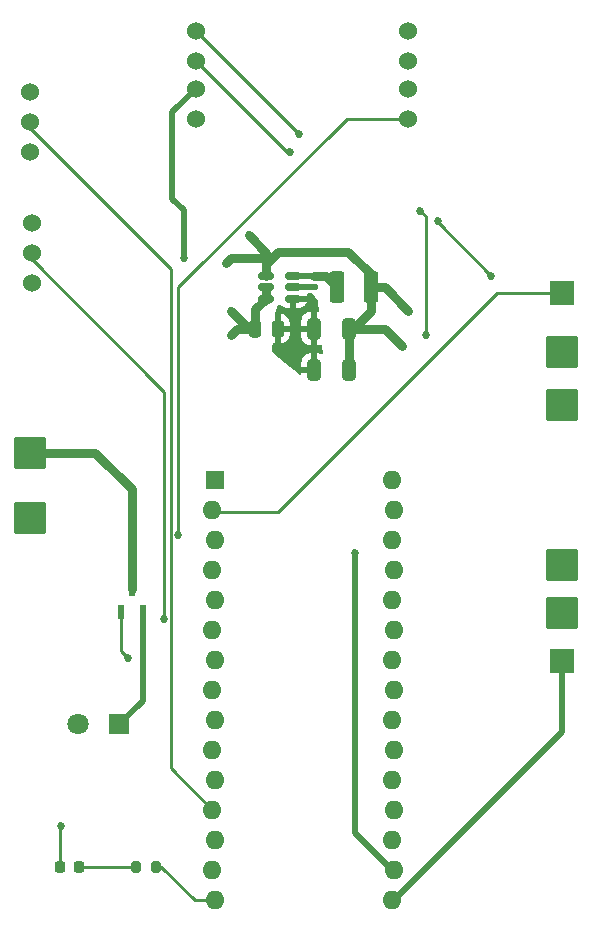
<source format=gtl>
%TF.GenerationSoftware,KiCad,Pcbnew,9.0.0*%
%TF.CreationDate,2025-04-21T16:07:22-04:00*%
%TF.ProjectId,brainfreeze,62726169-6e66-4726-9565-7a652e6b6963,rev?*%
%TF.SameCoordinates,Original*%
%TF.FileFunction,Copper,L1,Top*%
%TF.FilePolarity,Positive*%
%FSLAX46Y46*%
G04 Gerber Fmt 4.6, Leading zero omitted, Abs format (unit mm)*
G04 Created by KiCad (PCBNEW 9.0.0) date 2025-04-21 16:07:22*
%MOMM*%
%LPD*%
G01*
G04 APERTURE LIST*
G04 Aperture macros list*
%AMRoundRect*
0 Rectangle with rounded corners*
0 $1 Rounding radius*
0 $2 $3 $4 $5 $6 $7 $8 $9 X,Y pos of 4 corners*
0 Add a 4 corners polygon primitive as box body*
4,1,4,$2,$3,$4,$5,$6,$7,$8,$9,$2,$3,0*
0 Add four circle primitives for the rounded corners*
1,1,$1+$1,$2,$3*
1,1,$1+$1,$4,$5*
1,1,$1+$1,$6,$7*
1,1,$1+$1,$8,$9*
0 Add four rect primitives between the rounded corners*
20,1,$1+$1,$2,$3,$4,$5,0*
20,1,$1+$1,$4,$5,$6,$7,0*
20,1,$1+$1,$6,$7,$8,$9,0*
20,1,$1+$1,$8,$9,$2,$3,0*%
G04 Aperture macros list end*
%TA.AperFunction,SMDPad,CuDef*%
%ADD10RoundRect,0.150000X-0.512500X-0.150000X0.512500X-0.150000X0.512500X0.150000X-0.512500X0.150000X0*%
%TD*%
%TA.AperFunction,SMDPad,CuDef*%
%ADD11RoundRect,0.250000X-0.250000X-0.475000X0.250000X-0.475000X0.250000X0.475000X-0.250000X0.475000X0*%
%TD*%
%TA.AperFunction,ComponentPad*%
%ADD12RoundRect,0.250000X-1.125000X-1.125000X1.125000X-1.125000X1.125000X1.125000X-1.125000X1.125000X0*%
%TD*%
%TA.AperFunction,SMDPad,CuDef*%
%ADD13RoundRect,0.140000X-0.170000X0.140000X-0.170000X-0.140000X0.170000X-0.140000X0.170000X0.140000X0*%
%TD*%
%TA.AperFunction,ComponentPad*%
%ADD14R,1.600000X1.600000*%
%TD*%
%TA.AperFunction,ComponentPad*%
%ADD15O,1.600000X1.600000*%
%TD*%
%TA.AperFunction,ComponentPad*%
%ADD16RoundRect,0.250001X-0.799999X-0.799999X0.799999X-0.799999X0.799999X0.799999X-0.799999X0.799999X0*%
%TD*%
%TA.AperFunction,SMDPad,CuDef*%
%ADD17RoundRect,0.250000X0.325000X0.650000X-0.325000X0.650000X-0.325000X-0.650000X0.325000X-0.650000X0*%
%TD*%
%TA.AperFunction,ComponentPad*%
%ADD18R,1.800000X1.800000*%
%TD*%
%TA.AperFunction,ComponentPad*%
%ADD19C,1.800000*%
%TD*%
%TA.AperFunction,SMDPad,CuDef*%
%ADD20R,0.558800X1.270000*%
%TD*%
%TA.AperFunction,ComponentPad*%
%ADD21C,1.524000*%
%TD*%
%TA.AperFunction,SMDPad,CuDef*%
%ADD22RoundRect,0.218750X-0.218750X-0.256250X0.218750X-0.256250X0.218750X0.256250X-0.218750X0.256250X0*%
%TD*%
%TA.AperFunction,SMDPad,CuDef*%
%ADD23RoundRect,0.200000X-0.200000X-0.275000X0.200000X-0.275000X0.200000X0.275000X-0.200000X0.275000X0*%
%TD*%
%TA.AperFunction,SMDPad,CuDef*%
%ADD24RoundRect,0.250000X-0.375000X-1.075000X0.375000X-1.075000X0.375000X1.075000X-0.375000X1.075000X0*%
%TD*%
%TA.AperFunction,ViaPad*%
%ADD25C,0.685800*%
%TD*%
%TA.AperFunction,Conductor*%
%ADD26C,0.762000*%
%TD*%
%TA.AperFunction,Conductor*%
%ADD27C,0.800000*%
%TD*%
%TA.AperFunction,Conductor*%
%ADD28C,0.254000*%
%TD*%
%TA.AperFunction,Conductor*%
%ADD29C,0.508000*%
%TD*%
G04 APERTURE END LIST*
D10*
X197362500Y-95450000D03*
X197362500Y-96400000D03*
X197362500Y-97350000D03*
X199637500Y-97350000D03*
X199637500Y-96400000D03*
X199637500Y-95450000D03*
D11*
X196450000Y-99900000D03*
X198350000Y-99900000D03*
D12*
X222400000Y-106400000D03*
D13*
X201400000Y-95440000D03*
X201400000Y-96400000D03*
D14*
X193025000Y-112740000D03*
D15*
X192775000Y-115280000D03*
X193025000Y-117820000D03*
X192750000Y-120360000D03*
X193025000Y-122900000D03*
X192750000Y-125440000D03*
X193025000Y-127980000D03*
X192750000Y-130520000D03*
X193025000Y-133060000D03*
X192750000Y-135600000D03*
X193025000Y-138140000D03*
X192750000Y-140680000D03*
X193000000Y-143220000D03*
X192775000Y-145760000D03*
X193000000Y-148300000D03*
X208000000Y-148300000D03*
X208225000Y-145760000D03*
X208000000Y-143220000D03*
X208225000Y-140680000D03*
X208000000Y-138140000D03*
X208225000Y-135600000D03*
X208000000Y-133060000D03*
X208225000Y-130520000D03*
X208000000Y-127980000D03*
X208225000Y-125440000D03*
X208000000Y-122900000D03*
X208225000Y-120360000D03*
X208000000Y-117820000D03*
X208225000Y-115280000D03*
X208000000Y-112740000D03*
D12*
X177400000Y-110400000D03*
D16*
X222400000Y-96900000D03*
D12*
X177400000Y-115900000D03*
D17*
X204375000Y-99900000D03*
X201425000Y-99900000D03*
D18*
X184900000Y-133400000D03*
D19*
X181400000Y-133400000D03*
D20*
X185070002Y-123900000D03*
X186900000Y-123900000D03*
X185985001Y-121969600D03*
D16*
X222400000Y-128000000D03*
D17*
X204375000Y-103400000D03*
X201425000Y-103400000D03*
D21*
X177369900Y-79893400D03*
X177369900Y-82433400D03*
X177369900Y-84973400D03*
X191400000Y-74670000D03*
X191400000Y-74670000D03*
X191400000Y-77210000D03*
X191400000Y-77210000D03*
X191400000Y-79590000D03*
X191400000Y-79590000D03*
X191400000Y-82130000D03*
X191400000Y-82130000D03*
X209400000Y-74670000D03*
X209400000Y-74670000D03*
X209400000Y-77210000D03*
X209400000Y-77210000D03*
X209400000Y-79590000D03*
X209400000Y-79590000D03*
X209400000Y-82130000D03*
X209400000Y-82130000D03*
D12*
X222400000Y-119900000D03*
D22*
X179925000Y-145500000D03*
X181500000Y-145500000D03*
D23*
X186350000Y-145500000D03*
X188000000Y-145500000D03*
D24*
X203400000Y-96400000D03*
X206200000Y-96400000D03*
D21*
X177500000Y-90993400D03*
X177500000Y-93533400D03*
X177500000Y-96073400D03*
D12*
X222400000Y-101900000D03*
X222400000Y-124000000D03*
D25*
X208900000Y-101400000D03*
X195900000Y-92000000D03*
X194000000Y-94300000D03*
X209400000Y-98400000D03*
X210400000Y-89900000D03*
X210900000Y-100400000D03*
X200130000Y-83400000D03*
X189900000Y-117400000D03*
X188700000Y-124500000D03*
X199900000Y-98900000D03*
X199400000Y-101900000D03*
X180000000Y-142000000D03*
X216400000Y-95400000D03*
X211900000Y-90803100D03*
X199400000Y-84900000D03*
X190400000Y-93900000D03*
X204900000Y-118900000D03*
X185700000Y-127800000D03*
X194400000Y-100400000D03*
X194400000Y-98400000D03*
D26*
X197362500Y-93900000D02*
X197362500Y-93462500D01*
X197362500Y-94900000D02*
X197362500Y-94437500D01*
X197362500Y-95450000D02*
X197362500Y-94900000D01*
X194400000Y-93900000D02*
X194000000Y-94300000D01*
X204375000Y-103400000D02*
X204375000Y-99900000D01*
X197362500Y-94437500D02*
X198400000Y-93400000D01*
X197362500Y-94900000D02*
X197362500Y-93900000D01*
X204725000Y-99900000D02*
X206200000Y-98425000D01*
X206200000Y-95300000D02*
X206200000Y-96400000D01*
X197362500Y-93462500D02*
X195900000Y-92000000D01*
X204375000Y-99900000D02*
X207400000Y-99900000D01*
X198400000Y-93400000D02*
X204300000Y-93400000D01*
X207400000Y-99900000D02*
X208900000Y-101400000D01*
X197362500Y-93900000D02*
X194400000Y-93900000D01*
X204300000Y-93400000D02*
X206200000Y-95300000D01*
X206200000Y-98425000D02*
X206200000Y-96400000D01*
X206200000Y-96400000D02*
X207400000Y-96400000D01*
D27*
X207400000Y-96400000D02*
X209400000Y-98400000D01*
D28*
X210900000Y-90400000D02*
X210900000Y-100400000D01*
X200130000Y-83400000D02*
X191400000Y-74670000D01*
X210400000Y-89900000D02*
X210900000Y-90400000D01*
X190400000Y-95900000D02*
X189900000Y-96400000D01*
X209400000Y-82130000D02*
X204170000Y-82130000D01*
X204170000Y-82130000D02*
X190400000Y-95900000D01*
X189900000Y-96400000D02*
X189900000Y-117400000D01*
X222400000Y-128000000D02*
X222240000Y-128160000D01*
D29*
X222400000Y-134080000D02*
X222400000Y-128000000D01*
X208140000Y-148340000D02*
X222400000Y-134080000D01*
D28*
X177000000Y-93533400D02*
X188700000Y-105233400D01*
X188700000Y-105233400D02*
X188700000Y-124500000D01*
X179925000Y-142075000D02*
X180000000Y-142000000D01*
X179925000Y-145500000D02*
X179925000Y-142075000D01*
X192900000Y-132900000D02*
X192900000Y-133100000D01*
X211900000Y-90803100D02*
X211900000Y-90900000D01*
X199400000Y-84900000D02*
X199090000Y-84900000D01*
X211900000Y-90900000D02*
X216400000Y-95400000D01*
X199090000Y-84900000D02*
X191400000Y-77210000D01*
D29*
X189400000Y-81590000D02*
X191400000Y-79590000D01*
X204900000Y-118900000D02*
X204900000Y-142560000D01*
X189400000Y-88900000D02*
X189400000Y-81590000D01*
X190383000Y-89883000D02*
X189400000Y-88900000D01*
D28*
X190400000Y-89900000D02*
X190383000Y-89883000D01*
D29*
X190400000Y-93900000D02*
X190400000Y-89900000D01*
X204900000Y-142560000D02*
X208140000Y-145800000D01*
D28*
X191300000Y-148300000D02*
X193000000Y-148300000D01*
X188500000Y-145500000D02*
X191300000Y-148300000D01*
X188000000Y-145500000D02*
X188500000Y-145500000D01*
X185070002Y-123900000D02*
X185070002Y-127170002D01*
X185070002Y-127170002D02*
X185700000Y-127800000D01*
X192980000Y-115400000D02*
X192900000Y-115320000D01*
X222400000Y-96900000D02*
X216900000Y-96900000D01*
X198400000Y-115400000D02*
X192980000Y-115400000D01*
X216900000Y-96900000D02*
X198400000Y-115400000D01*
D26*
X203400000Y-96400000D02*
X202440000Y-95440000D01*
X201390000Y-95450000D02*
X201400000Y-95440000D01*
D29*
X199637500Y-95450000D02*
X201390000Y-95450000D01*
D26*
X202440000Y-95440000D02*
X201400000Y-95440000D01*
D29*
X199637500Y-96400000D02*
X201400000Y-96400000D01*
D26*
X196450000Y-98262500D02*
X197362500Y-97350000D01*
X177400000Y-110400000D02*
X182900000Y-110400000D01*
X196450000Y-99900000D02*
X196450000Y-98262500D01*
X196450000Y-99900000D02*
X195900000Y-99900000D01*
X182900000Y-110400000D02*
X185985001Y-113485001D01*
X197362500Y-97350000D02*
X197362500Y-97437500D01*
X194900000Y-99900000D02*
X194400000Y-100400000D01*
X196450000Y-99900000D02*
X194900000Y-99900000D01*
X185985001Y-113485001D02*
X185985001Y-121969600D01*
X195900000Y-99900000D02*
X194400000Y-98400000D01*
X197362500Y-96400000D02*
X197362500Y-97350000D01*
D28*
X181500000Y-145500000D02*
X186350000Y-145500000D01*
D29*
X186900000Y-131400000D02*
X184900000Y-133400000D01*
X186900000Y-123900000D02*
X186900000Y-131400000D01*
D28*
X189302100Y-94865600D02*
X189302100Y-137122100D01*
X176869900Y-82433400D02*
X189302100Y-94865600D01*
X189302100Y-137122100D02*
X192900000Y-140720000D01*
%TA.AperFunction,Conductor*%
G36*
X201280039Y-96919685D02*
G01*
X201312200Y-96949600D01*
X201758203Y-97544271D01*
X201782494Y-97607445D01*
X201851342Y-98364774D01*
X201837807Y-98433320D01*
X201789363Y-98483668D01*
X201727851Y-98500000D01*
X201675000Y-98500000D01*
X201675000Y-101299999D01*
X201799972Y-101299999D01*
X201799986Y-101299998D01*
X201902695Y-101289506D01*
X201962606Y-101269653D01*
X202032434Y-101267251D01*
X202092476Y-101302982D01*
X202123670Y-101365502D01*
X202125102Y-101376133D01*
X202174338Y-101917730D01*
X202160803Y-101986276D01*
X202112359Y-102036624D01*
X202044385Y-102052787D01*
X202011843Y-102046662D01*
X201902697Y-102010494D01*
X201902690Y-102010493D01*
X201799986Y-102000000D01*
X201675000Y-102000000D01*
X201675000Y-103276000D01*
X201655315Y-103343039D01*
X201602511Y-103388794D01*
X201551000Y-103400000D01*
X201425000Y-103400000D01*
X201425000Y-103526000D01*
X201405315Y-103593039D01*
X201352511Y-103638794D01*
X201301000Y-103650000D01*
X200350000Y-103650000D01*
X200350000Y-103676922D01*
X200330315Y-103743961D01*
X200277511Y-103789716D01*
X200208353Y-103799660D01*
X200146617Y-103772181D01*
X198970548Y-102792123D01*
X198860016Y-102700013D01*
X200350000Y-102700013D01*
X200350000Y-103150000D01*
X201175000Y-103150000D01*
X201175000Y-102000000D01*
X201050027Y-102000000D01*
X201050012Y-102000001D01*
X200947302Y-102010494D01*
X200780880Y-102065641D01*
X200780875Y-102065643D01*
X200631654Y-102157684D01*
X200507684Y-102281654D01*
X200415643Y-102430875D01*
X200415641Y-102430880D01*
X200360494Y-102597302D01*
X200360493Y-102597309D01*
X200350000Y-102700013D01*
X198860016Y-102700013D01*
X197944617Y-101937180D01*
X197905718Y-101879141D01*
X197900000Y-101841921D01*
X197900000Y-101246987D01*
X197919685Y-101179948D01*
X197972489Y-101134193D01*
X198036605Y-101123629D01*
X198050021Y-101124999D01*
X198600000Y-101124999D01*
X198649972Y-101124999D01*
X198649986Y-101124998D01*
X198752697Y-101114505D01*
X198919119Y-101059358D01*
X198919124Y-101059356D01*
X199068345Y-100967315D01*
X199192315Y-100843345D01*
X199284356Y-100694124D01*
X199284358Y-100694119D01*
X199315551Y-100599986D01*
X200350001Y-100599986D01*
X200360494Y-100702697D01*
X200415641Y-100869119D01*
X200415643Y-100869124D01*
X200507684Y-101018345D01*
X200631654Y-101142315D01*
X200780875Y-101234356D01*
X200780880Y-101234358D01*
X200947302Y-101289505D01*
X200947309Y-101289506D01*
X201050019Y-101299999D01*
X201174999Y-101299999D01*
X201175000Y-101299998D01*
X201175000Y-100150000D01*
X200350001Y-100150000D01*
X200350001Y-100599986D01*
X199315551Y-100599986D01*
X199339505Y-100527697D01*
X199339506Y-100527690D01*
X199349999Y-100424986D01*
X199350000Y-100424973D01*
X199350000Y-100150000D01*
X198600000Y-100150000D01*
X198600000Y-101124999D01*
X198050021Y-101124999D01*
X198099999Y-101124998D01*
X198100000Y-101124998D01*
X198100000Y-99650000D01*
X198600000Y-99650000D01*
X199349999Y-99650000D01*
X199349999Y-99375028D01*
X199349998Y-99375013D01*
X199339505Y-99272300D01*
X199327436Y-99235878D01*
X199327432Y-99235868D01*
X199315551Y-99200013D01*
X200350000Y-99200013D01*
X200350000Y-99650000D01*
X201175000Y-99650000D01*
X201175000Y-98500000D01*
X201050027Y-98500000D01*
X201050012Y-98500001D01*
X200947302Y-98510494D01*
X200780880Y-98565641D01*
X200780875Y-98565643D01*
X200631654Y-98657684D01*
X200507684Y-98781654D01*
X200415643Y-98930875D01*
X200415641Y-98930880D01*
X200360494Y-99097302D01*
X200360493Y-99097309D01*
X200350000Y-99200013D01*
X199315551Y-99200013D01*
X199284358Y-99105880D01*
X199284356Y-99105875D01*
X199192315Y-98956654D01*
X199068345Y-98832684D01*
X198919124Y-98740643D01*
X198919119Y-98740641D01*
X198752697Y-98685494D01*
X198752690Y-98685493D01*
X198649986Y-98675000D01*
X198600000Y-98675000D01*
X198600000Y-99650000D01*
X198100000Y-99650000D01*
X198100000Y-98670958D01*
X198071377Y-98618537D01*
X198074943Y-98568696D01*
X198076362Y-98548847D01*
X198081624Y-98536750D01*
X198392774Y-97914451D01*
X198440357Y-97863297D01*
X198508049Y-97845987D01*
X198574353Y-97868022D01*
X198600957Y-97896617D01*
X198602537Y-97895393D01*
X198607321Y-97901561D01*
X198723438Y-98017678D01*
X198723447Y-98017685D01*
X198864803Y-98101282D01*
X198864806Y-98101283D01*
X199022504Y-98147099D01*
X199022510Y-98147100D01*
X199059350Y-98149999D01*
X199059366Y-98150000D01*
X199387500Y-98150000D01*
X199887500Y-98150000D01*
X200215634Y-98150000D01*
X200215649Y-98149999D01*
X200252489Y-98147100D01*
X200252495Y-98147099D01*
X200410193Y-98101283D01*
X200410196Y-98101282D01*
X200551552Y-98017685D01*
X200551561Y-98017678D01*
X200667678Y-97901561D01*
X200667685Y-97901552D01*
X200751281Y-97760198D01*
X200797100Y-97602486D01*
X200797295Y-97600001D01*
X200797295Y-97600000D01*
X199887500Y-97600000D01*
X199887500Y-98150000D01*
X199387500Y-98150000D01*
X199387500Y-97474000D01*
X199407185Y-97406961D01*
X199459989Y-97361206D01*
X199511500Y-97350000D01*
X199637500Y-97350000D01*
X199637500Y-97224000D01*
X199657185Y-97156961D01*
X199709989Y-97111206D01*
X199761500Y-97100000D01*
X200797295Y-97100000D01*
X200797295Y-97099998D01*
X200797100Y-97097511D01*
X200785794Y-97058594D01*
X200785994Y-96988724D01*
X200823937Y-96930055D01*
X200887576Y-96901212D01*
X200904871Y-96900000D01*
X201213000Y-96900000D01*
X201280039Y-96919685D01*
G37*
%TD.AperFunction*%
M02*

</source>
